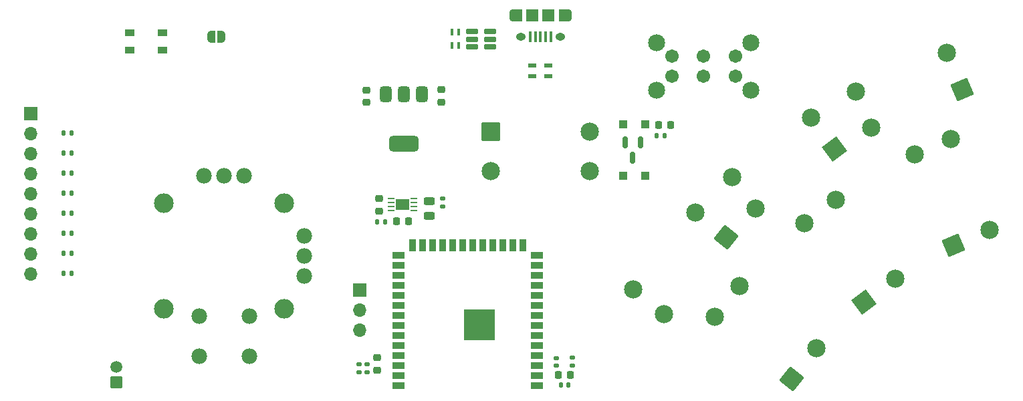
<source format=gbr>
%TF.GenerationSoftware,KiCad,Pcbnew,8.0.4*%
%TF.CreationDate,2024-12-04T08:31:11-08:00*%
%TF.ProjectId,aqp_controller,6171705f-636f-46e7-9472-6f6c6c65722e,rev0*%
%TF.SameCoordinates,Original*%
%TF.FileFunction,Soldermask,Top*%
%TF.FilePolarity,Negative*%
%FSLAX46Y46*%
G04 Gerber Fmt 4.6, Leading zero omitted, Abs format (unit mm)*
G04 Created by KiCad (PCBNEW 8.0.4) date 2024-12-04 08:31:11*
%MOMM*%
%LPD*%
G01*
G04 APERTURE LIST*
G04 Aperture macros list*
%AMRoundRect*
0 Rectangle with rounded corners*
0 $1 Rounding radius*
0 $2 $3 $4 $5 $6 $7 $8 $9 X,Y pos of 4 corners*
0 Add a 4 corners polygon primitive as box body*
4,1,4,$2,$3,$4,$5,$6,$7,$8,$9,$2,$3,0*
0 Add four circle primitives for the rounded corners*
1,1,$1+$1,$2,$3*
1,1,$1+$1,$4,$5*
1,1,$1+$1,$6,$7*
1,1,$1+$1,$8,$9*
0 Add four rect primitives between the rounded corners*
20,1,$1+$1,$2,$3,$4,$5,0*
20,1,$1+$1,$4,$5,$6,$7,0*
20,1,$1+$1,$6,$7,$8,$9,0*
20,1,$1+$1,$8,$9,$2,$3,0*%
%AMFreePoly0*
4,1,19,0.500000,-0.750000,0.000000,-0.750000,0.000000,-0.744911,-0.071157,-0.744911,-0.207708,-0.704816,-0.327430,-0.627875,-0.420627,-0.520320,-0.479746,-0.390866,-0.500000,-0.250000,-0.500000,0.250000,-0.479746,0.390866,-0.420627,0.520320,-0.327430,0.627875,-0.207708,0.704816,-0.071157,0.744911,0.000000,0.744911,0.000000,0.750000,0.500000,0.750000,0.500000,-0.750000,0.500000,-0.750000,
$1*%
%AMFreePoly1*
4,1,19,0.000000,0.744911,0.071157,0.744911,0.207708,0.704816,0.327430,0.627875,0.420627,0.520320,0.479746,0.390866,0.500000,0.250000,0.500000,-0.250000,0.479746,-0.390866,0.420627,-0.520320,0.327430,-0.627875,0.207708,-0.704816,0.071157,-0.744911,0.000000,-0.744911,0.000000,-0.750000,-0.500000,-0.750000,-0.500000,0.750000,0.000000,0.750000,0.000000,0.744911,0.000000,0.744911,
$1*%
G04 Aperture macros list end*
%ADD10RoundRect,0.243750X-0.456250X0.243750X-0.456250X-0.243750X0.456250X-0.243750X0.456250X0.243750X0*%
%ADD11RoundRect,0.225000X-0.250000X0.225000X-0.250000X-0.225000X0.250000X-0.225000X0.250000X0.225000X0*%
%ADD12RoundRect,0.102000X-1.050000X-1.050000X1.050000X-1.050000X1.050000X1.050000X-1.050000X1.050000X0*%
%ADD13C,2.304000*%
%ADD14RoundRect,0.135000X0.135000X0.185000X-0.135000X0.185000X-0.135000X-0.185000X0.135000X-0.185000X0*%
%ADD15RoundRect,0.135000X-0.185000X0.135000X-0.185000X-0.135000X0.185000X-0.135000X0.185000X0.135000X0*%
%ADD16C,1.712000*%
%ADD17C,2.154000*%
%ADD18RoundRect,0.225000X0.225000X0.250000X-0.225000X0.250000X-0.225000X-0.250000X0.225000X-0.250000X0*%
%ADD19RoundRect,0.102000X0.525000X0.325000X-0.525000X0.325000X-0.525000X-0.325000X0.525000X-0.325000X0*%
%ADD20R,1.700000X1.700000*%
%ADD21O,1.700000X1.700000*%
%ADD22RoundRect,0.102000X1.376798X-0.556262X0.556262X1.376798X-1.376798X0.556262X-0.556262X-1.376798X0*%
%ADD23C,1.982000*%
%ADD24C,2.490000*%
%ADD25RoundRect,0.135000X0.185000X-0.135000X0.185000X0.135000X-0.185000X0.135000X-0.185000X-0.135000X0*%
%ADD26R,1.000000X0.600000*%
%ADD27RoundRect,0.225000X-0.225000X-0.250000X0.225000X-0.250000X0.225000X0.250000X-0.225000X0.250000X0*%
%ADD28RoundRect,0.062500X0.337500X0.062500X-0.337500X0.062500X-0.337500X-0.062500X0.337500X-0.062500X0*%
%ADD29R,1.700000X1.400000*%
%ADD30RoundRect,0.102000X0.556262X1.376798X-1.376798X0.556262X-0.556262X-1.376798X1.376798X-0.556262X0*%
%ADD31RoundRect,0.250000X0.300000X0.300000X-0.300000X0.300000X-0.300000X-0.300000X0.300000X-0.300000X0*%
%ADD32RoundRect,0.102000X0.206662X1.470473X-1.470473X0.206662X-0.206662X-1.470473X1.470473X-0.206662X0*%
%ADD33RoundRect,0.225000X0.250000X-0.225000X0.250000X0.225000X-0.250000X0.225000X-0.250000X-0.225000X0*%
%ADD34RoundRect,0.140000X-0.170000X0.140000X-0.170000X-0.140000X0.170000X-0.140000X0.170000X0.140000X0*%
%ADD35RoundRect,0.150000X-0.650000X-0.150000X0.650000X-0.150000X0.650000X0.150000X-0.650000X0.150000X0*%
%ADD36FreePoly0,180.000000*%
%ADD37FreePoly1,180.000000*%
%ADD38R,0.400000X1.350000*%
%ADD39O,0.890000X1.550000*%
%ADD40R,1.200000X1.550000*%
%ADD41O,1.250000X0.950000*%
%ADD42R,1.500000X1.550000*%
%ADD43RoundRect,0.102000X1.470473X-0.206662X0.206662X1.470473X-1.470473X0.206662X-0.206662X-1.470473X0*%
%ADD44RoundRect,0.140000X0.140000X0.170000X-0.140000X0.170000X-0.140000X-0.170000X0.140000X-0.170000X0*%
%ADD45RoundRect,0.375000X-0.375000X0.625000X-0.375000X-0.625000X0.375000X-0.625000X0.375000X0.625000X0*%
%ADD46RoundRect,0.500000X-1.400000X0.500000X-1.400000X-0.500000X1.400000X-0.500000X1.400000X0.500000X0*%
%ADD47R,1.500000X0.900000*%
%ADD48R,0.900000X1.500000*%
%ADD49C,0.600000*%
%ADD50R,3.900000X3.900000*%
%ADD51RoundRect,0.150000X-0.150000X0.587500X-0.150000X-0.587500X0.150000X-0.587500X0.150000X0.587500X0*%
%ADD52RoundRect,0.102000X1.476790X0.155217X-0.155217X1.476790X-1.476790X-0.155217X0.155217X-1.476790X0*%
%ADD53RoundRect,0.102000X-0.155217X1.476790X-1.476790X-0.155217X0.155217X-1.476790X1.476790X0.155217X0*%
%ADD54R,0.400000X0.900000*%
%ADD55RoundRect,0.135000X-0.135000X-0.185000X0.135000X-0.185000X0.135000X0.185000X-0.135000X0.185000X0*%
%ADD56RoundRect,0.102000X-0.654000X0.654000X-0.654000X-0.654000X0.654000X-0.654000X0.654000X0.654000X0*%
%ADD57C,1.512000*%
G04 APERTURE END LIST*
D10*
%TO.C,D4*%
X131150000Y-96725000D03*
X131150000Y-98600000D03*
%TD*%
D11*
%TO.C,C6*%
X124533100Y-116564500D03*
X124533100Y-118114500D03*
%TD*%
D12*
%TO.C,SW4*%
X138950000Y-87924100D03*
D13*
X151450000Y-87924100D03*
X138950000Y-92924100D03*
X151450000Y-92924100D03*
%TD*%
D14*
%TO.C,R3*%
X85800000Y-90650714D03*
X84780000Y-90650714D03*
%TD*%
%TO.C,R10*%
X125550000Y-99375000D03*
X124530000Y-99375000D03*
%TD*%
D15*
%TO.C,R7*%
X132800000Y-96405000D03*
X132800000Y-97425000D03*
%TD*%
D16*
%TO.C,SW2*%
X169875000Y-80887500D03*
X165875000Y-80887500D03*
X161875000Y-80887500D03*
X169875000Y-78387500D03*
X165875000Y-78387500D03*
X161875000Y-78387500D03*
D17*
X171875000Y-82637500D03*
X159875000Y-82637500D03*
X171875000Y-76637500D03*
X159875000Y-76637500D03*
%TD*%
D18*
%TO.C,C3*%
X161725100Y-87060800D03*
X160175100Y-87060800D03*
%TD*%
D19*
%TO.C,SW1*%
X97375000Y-77575000D03*
X93225000Y-77575000D03*
X97375000Y-75425000D03*
X93225000Y-75425000D03*
%TD*%
D14*
%TO.C,R1*%
X85800000Y-88110000D03*
X84780000Y-88110000D03*
%TD*%
D20*
%TO.C,J3*%
X122350000Y-108010000D03*
D21*
X122350000Y-110550000D03*
X122350000Y-113090000D03*
%TD*%
D15*
%TO.C,R13*%
X122262100Y-117384500D03*
X122262100Y-118404500D03*
%TD*%
D22*
%TO.C,SW6*%
X197470707Y-102303883D03*
D13*
X192586568Y-90797572D03*
X202073232Y-100350228D03*
X197189093Y-88843917D03*
%TD*%
D14*
%TO.C,R4*%
X85800000Y-93191428D03*
X84780000Y-93191428D03*
%TD*%
D18*
%TO.C,C8*%
X149015700Y-118772000D03*
X147465700Y-118772000D03*
%TD*%
D23*
%TO.C,M1*%
X108305000Y-116367500D03*
X101955000Y-116367500D03*
X108305000Y-111287500D03*
X101955000Y-111287500D03*
X107670000Y-93507500D03*
X105130000Y-93507500D03*
X102590000Y-93507500D03*
D24*
X112750000Y-110335000D03*
X112750000Y-97000000D03*
X97510000Y-97000000D03*
X97510000Y-110335000D03*
D23*
X115290000Y-106207500D03*
X115290000Y-103667500D03*
X115290000Y-101127500D03*
%TD*%
D25*
%TO.C,R14*%
X149228300Y-117586900D03*
X149228300Y-116566900D03*
%TD*%
D26*
%TO.C,D1*%
X146200000Y-80874800D03*
X146200000Y-79574800D03*
X144200000Y-79574800D03*
X144200000Y-80874800D03*
%TD*%
D14*
%TO.C,R9*%
X85800000Y-103354284D03*
X84780000Y-103354284D03*
%TD*%
D27*
%TO.C,C5*%
X126950000Y-99300000D03*
X128500000Y-99300000D03*
%TD*%
D28*
%TO.C,U3*%
X129166400Y-97899200D03*
X129166400Y-97399200D03*
X129166400Y-96899200D03*
X129166400Y-96399200D03*
X126266400Y-96399200D03*
X126266400Y-96899200D03*
X126266400Y-97399200D03*
X126266400Y-97899200D03*
D29*
X127716400Y-97149200D03*
%TD*%
D14*
%TO.C,R8*%
X85800000Y-100813570D03*
X84780000Y-100813570D03*
%TD*%
D30*
%TO.C,SW3*%
X198581483Y-82568993D03*
D13*
X187075172Y-87453132D03*
X196627828Y-77966468D03*
X185121517Y-82850607D03*
%TD*%
D31*
%TO.C,D3*%
X158500000Y-93551600D03*
X155700000Y-93551600D03*
%TD*%
D32*
%TO.C,SW5*%
X182449109Y-90117445D03*
D13*
X172466166Y-97640133D03*
X179440034Y-86124267D03*
X169457091Y-93646955D03*
%TD*%
D33*
%TO.C,C2*%
X132664000Y-84179100D03*
X132664000Y-82629100D03*
%TD*%
D34*
%TO.C,C7*%
X147225000Y-116595300D03*
X147225000Y-117555300D03*
%TD*%
D14*
%TO.C,R5*%
X85800000Y-98272856D03*
X84780000Y-98272856D03*
%TD*%
D35*
%TO.C,U1*%
X136539100Y-75252600D03*
X136539100Y-76202600D03*
X136539100Y-77152600D03*
X138839100Y-77152600D03*
X138839100Y-76202600D03*
X138839100Y-75252600D03*
%TD*%
D33*
%TO.C,C4*%
X124750000Y-97975000D03*
X124750000Y-96425000D03*
%TD*%
D36*
%TO.C,J1*%
X104825000Y-75875000D03*
D37*
X103525000Y-75875000D03*
%TD*%
D38*
%TO.C,J2*%
X146500000Y-75916300D03*
X145850000Y-75916300D03*
X145200000Y-75916300D03*
X144550000Y-75916300D03*
X143900000Y-75916300D03*
D39*
X148700000Y-73216300D03*
D40*
X148100000Y-73216300D03*
D41*
X147700000Y-75916300D03*
D42*
X146200000Y-73216300D03*
X144200000Y-73216300D03*
D41*
X142700000Y-75916300D03*
D40*
X142300000Y-73216300D03*
D39*
X141700000Y-73216300D03*
%TD*%
D43*
%TO.C,SW7*%
X186118255Y-109542109D03*
D13*
X178595567Y-99559166D03*
X190111433Y-106533034D03*
X182588745Y-96550091D03*
%TD*%
D44*
%TO.C,C9*%
X148746500Y-120022900D03*
X147786500Y-120022900D03*
%TD*%
D45*
%TO.C,U2*%
X130214000Y-83171700D03*
X127914000Y-83171700D03*
D46*
X127914000Y-89471700D03*
D45*
X125614000Y-83171700D03*
%TD*%
D31*
%TO.C,D2*%
X158500000Y-87000000D03*
X155700000Y-87000000D03*
%TD*%
D33*
%TO.C,C1*%
X123164000Y-84221700D03*
X123164000Y-82671700D03*
%TD*%
D47*
%TO.C,U4*%
X144750000Y-120110000D03*
X144750000Y-118840000D03*
X144750000Y-117570000D03*
X144750000Y-116300000D03*
X144750000Y-115030000D03*
X144750000Y-113760000D03*
X144750000Y-112490000D03*
X144750000Y-111220000D03*
X144750000Y-109950000D03*
X144750000Y-108680000D03*
X144750000Y-107410000D03*
X144750000Y-106140000D03*
X144750000Y-104870000D03*
X144750000Y-103600000D03*
D48*
X142985000Y-102350000D03*
X141715000Y-102350000D03*
X140445000Y-102350000D03*
X139175000Y-102350000D03*
X137905000Y-102350000D03*
X136635000Y-102350000D03*
X135365000Y-102350000D03*
X134095000Y-102350000D03*
X132825000Y-102350000D03*
X131555000Y-102350000D03*
X130285000Y-102350000D03*
X129015000Y-102350000D03*
D47*
X127250000Y-103600000D03*
X127250000Y-104870000D03*
X127250000Y-106140000D03*
X127250000Y-107410000D03*
X127250000Y-108680000D03*
X127250000Y-109950000D03*
X127250000Y-111220000D03*
X127250000Y-112490000D03*
X127250000Y-113760000D03*
X127250000Y-115030000D03*
X127250000Y-116300000D03*
X127250000Y-117570000D03*
X127250000Y-118840000D03*
X127250000Y-120110000D03*
D49*
X138900000Y-113090000D03*
X138900000Y-111690000D03*
X138200000Y-113790000D03*
X138200000Y-112390000D03*
X138200000Y-110990000D03*
X137500000Y-113090000D03*
D50*
X137500000Y-112390000D03*
D49*
X137500000Y-111690000D03*
X136800000Y-113790000D03*
X136800000Y-112390000D03*
X136800000Y-110990000D03*
X136100000Y-113090000D03*
X136100000Y-111690000D03*
%TD*%
D51*
%TO.C,Q1*%
X157846800Y-89311800D03*
X155946800Y-89311800D03*
X156896800Y-91186800D03*
%TD*%
D25*
%TO.C,R12*%
X123259700Y-118404500D03*
X123259700Y-117384500D03*
%TD*%
D52*
%TO.C,SW9*%
X176978561Y-119256517D03*
D13*
X167264237Y-111390012D03*
X180125163Y-115370788D03*
X170410839Y-107504283D03*
%TD*%
D14*
%TO.C,R11*%
X85800000Y-105895000D03*
X84780000Y-105895000D03*
%TD*%
D53*
%TO.C,SW8*%
X168721417Y-101344239D03*
D13*
X160854912Y-111058563D03*
X164835688Y-98197637D03*
X156969183Y-107911961D03*
%TD*%
D14*
%TO.C,R6*%
X85800000Y-95732142D03*
X84780000Y-95732142D03*
%TD*%
D54*
%TO.C,L1*%
X134025000Y-77025000D03*
X134025000Y-75325000D03*
X134825000Y-75325000D03*
X134825000Y-77025000D03*
%TD*%
D55*
%TO.C,R2*%
X159894100Y-88407500D03*
X160914100Y-88407500D03*
%TD*%
D56*
%TO.C,J5*%
X91500001Y-119708900D03*
D57*
X91500001Y-117708900D03*
%TD*%
D20*
%TO.C,J4*%
X80700000Y-85600000D03*
D21*
X80700000Y-88140000D03*
X80700000Y-90680000D03*
X80700000Y-93220000D03*
X80700000Y-95760000D03*
X80700000Y-98300000D03*
X80700000Y-100840000D03*
X80700000Y-103380000D03*
X80700000Y-105920000D03*
%TD*%
M02*

</source>
